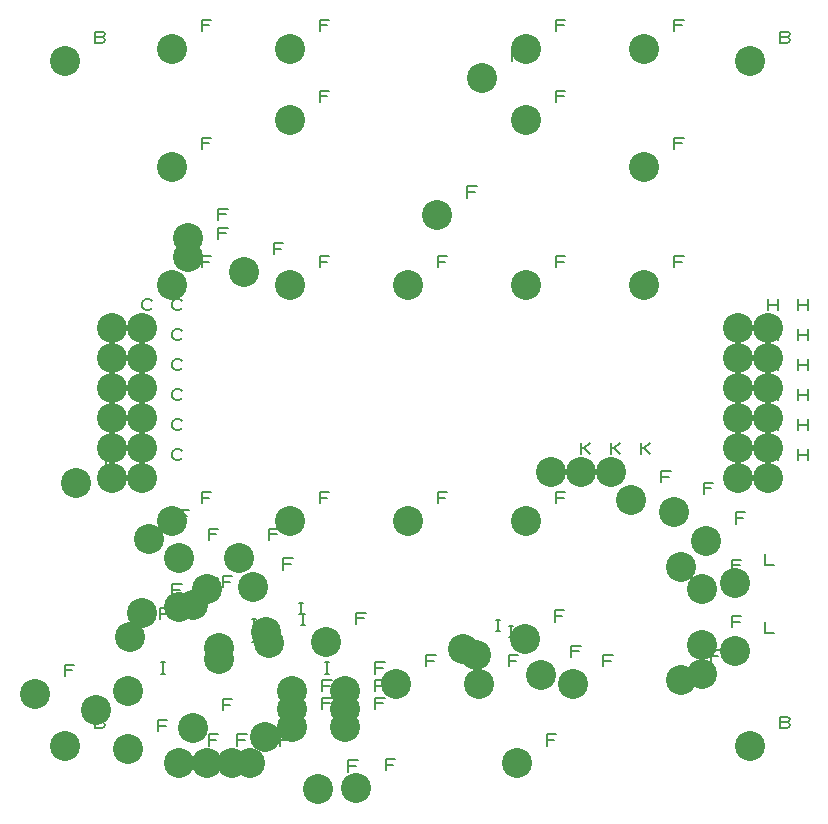
<source format=gbr>
G04 DesignSpark PCB PRO Gerber Version 10.0 Build 5299*
G04 #@! TF.Part,Single*
G04 #@! TF.FileFunction,Drillmap*
G04 #@! TF.FilePolarity,Positive*
%FSLAX35Y35*%
%MOIN*%
%ADD18C,0.00500*%
G04 #@! TA.AperFunction,ViaPad*
%ADD17C,0.10000*%
G04 #@! TD.AperFunction*
X0Y0D02*
D02*
D17*
X25447Y41339D03*
X35683Y24016D03*
Y252362D03*
X39226Y111417D03*
X45919Y35827D03*
X51274Y113189D03*
Y123189D03*
Y133189D03*
Y143189D03*
Y153189D03*
Y163189D03*
X56549Y22835D03*
Y42126D03*
X57337Y60236D03*
X61274Y68110D03*
Y113189D03*
Y123189D03*
Y133189D03*
Y143189D03*
Y153189D03*
Y163189D03*
X63636Y92913D03*
X71116Y98819D03*
Y177559D03*
Y216929D03*
Y256299D03*
X73478Y18110D03*
Y70079D03*
Y86614D03*
X76628Y187008D03*
Y193307D03*
X78203Y29921D03*
Y70866D03*
X82927Y18110D03*
Y76378D03*
X86864Y52756D03*
Y56693D03*
X91195Y18110D03*
X93557Y86614D03*
X95132Y181890D03*
X97100Y18110D03*
X98281Y76772D03*
X102219Y26772D03*
X102612Y61811D03*
X103400Y58268D03*
X110486Y98819D03*
Y177559D03*
Y232677D03*
Y256299D03*
X111274Y30315D03*
Y36220D03*
Y42126D03*
X119935Y9449D03*
X122691Y58661D03*
X128990Y30315D03*
Y36220D03*
Y42126D03*
X132533Y9843D03*
X145919Y44488D03*
X149856Y98819D03*
Y177559D03*
X159699Y200787D03*
X168360Y56299D03*
X172691Y54331D03*
X173478Y44488D03*
X174659Y246457D03*
X186077Y18110D03*
X188833Y59449D03*
X189226Y98819D03*
Y177559D03*
Y232677D03*
Y256299D03*
X194344Y47638D03*
X197494Y115354D03*
X204974Y44488D03*
X207494Y115354D03*
X217494D03*
X224266Y105906D03*
X228596Y177559D03*
Y216929D03*
Y256299D03*
X238439Y101969D03*
X240801Y46063D03*
Y83465D03*
X247888Y48031D03*
Y57480D03*
Y76378D03*
X249069Y92126D03*
X258900Y55551D03*
Y78307D03*
X259935Y113189D03*
Y123189D03*
Y133189D03*
Y143189D03*
Y153189D03*
Y163189D03*
X264030Y24016D03*
Y252362D03*
X269935Y113189D03*
Y123189D03*
Y133189D03*
Y143189D03*
Y153189D03*
Y163189D03*
D02*
D18*
X35447Y47276D02*
Y51026D01*
X38572D01*
X37947Y49151D02*
X35447D01*
X47870Y31828D02*
X48496Y31516D01*
X48808Y30891D01*
X48496Y30266D01*
X47870Y29953D01*
X45683D01*
Y33703D01*
X47870D01*
X48496Y33391D01*
X48808Y32766D01*
X48496Y32141D01*
X47870Y31828D01*
X45683D01*
X47870Y260175D02*
X48496Y259862D01*
X48808Y259237D01*
X48496Y258612D01*
X47870Y258300D01*
X45683D01*
Y262050D01*
X47870D01*
X48496Y261737D01*
X48808Y261112D01*
X48496Y260487D01*
X47870Y260175D01*
X45683D01*
X49226Y117355D02*
Y121105D01*
X52352D01*
X51726Y119230D02*
X49226D01*
X55919Y41764D02*
Y45514D01*
X59044D01*
X58419Y43639D02*
X55919D01*
X64399Y119752D02*
X64086Y119439D01*
X63461Y119126D01*
X62524D01*
X61899Y119439D01*
X61586Y119752D01*
X61274Y120376D01*
Y121626D01*
X61586Y122252D01*
X61899Y122564D01*
X62524Y122876D01*
X63461D01*
X64086Y122564D01*
X64399Y122252D01*
Y129752D02*
X64086Y129439D01*
X63461Y129126D01*
X62524D01*
X61899Y129439D01*
X61586Y129752D01*
X61274Y130376D01*
Y131626D01*
X61586Y132252D01*
X61899Y132564D01*
X62524Y132876D01*
X63461D01*
X64086Y132564D01*
X64399Y132252D01*
Y139752D02*
X64086Y139439D01*
X63461Y139126D01*
X62524D01*
X61899Y139439D01*
X61586Y139752D01*
X61274Y140376D01*
Y141626D01*
X61586Y142252D01*
X61899Y142564D01*
X62524Y142876D01*
X63461D01*
X64086Y142564D01*
X64399Y142252D01*
Y149752D02*
X64086Y149439D01*
X63461Y149126D01*
X62524D01*
X61899Y149439D01*
X61586Y149752D01*
X61274Y150376D01*
Y151626D01*
X61586Y152252D01*
X61899Y152564D01*
X62524Y152876D01*
X63461D01*
X64086Y152564D01*
X64399Y152252D01*
Y159752D02*
X64086Y159439D01*
X63461Y159126D01*
X62524D01*
X61899Y159439D01*
X61586Y159752D01*
X61274Y160376D01*
Y161626D01*
X61586Y162252D01*
X61899Y162564D01*
X62524Y162876D01*
X63461D01*
X64086Y162564D01*
X64399Y162252D01*
Y169752D02*
X64086Y169439D01*
X63461Y169126D01*
X62524D01*
X61899Y169439D01*
X61586Y169752D01*
X61274Y170376D01*
Y171626D01*
X61586Y172252D01*
X61899Y172564D01*
X62524Y172876D01*
X63461D01*
X64086Y172564D01*
X64399Y172252D01*
X66549Y28772D02*
Y32522D01*
X69674D01*
X69049Y30647D02*
X66549D01*
X67487Y48063D02*
X68737D01*
X68112D02*
Y51813D01*
X67487D02*
X68737D01*
X67337Y66174D02*
Y69924D01*
X70462D01*
X69837Y68049D02*
X67337D01*
X71274Y74048D02*
Y77798D01*
X74399D01*
X73774Y75923D02*
X71274D01*
X74399Y119752D02*
X74086Y119439D01*
X73461Y119126D01*
X72524D01*
X71899Y119439D01*
X71586Y119752D01*
X71274Y120376D01*
Y121626D01*
X71586Y122252D01*
X71899Y122564D01*
X72524Y122876D01*
X73461D01*
X74086Y122564D01*
X74399Y122252D01*
Y129752D02*
X74086Y129439D01*
X73461Y129126D01*
X72524D01*
X71899Y129439D01*
X71586Y129752D01*
X71274Y130376D01*
Y131626D01*
X71586Y132252D01*
X71899Y132564D01*
X72524Y132876D01*
X73461D01*
X74086Y132564D01*
X74399Y132252D01*
Y139752D02*
X74086Y139439D01*
X73461Y139126D01*
X72524D01*
X71899Y139439D01*
X71586Y139752D01*
X71274Y140376D01*
Y141626D01*
X71586Y142252D01*
X71899Y142564D01*
X72524Y142876D01*
X73461D01*
X74086Y142564D01*
X74399Y142252D01*
Y149752D02*
X74086Y149439D01*
X73461Y149126D01*
X72524D01*
X71899Y149439D01*
X71586Y149752D01*
X71274Y150376D01*
Y151626D01*
X71586Y152252D01*
X71899Y152564D01*
X72524Y152876D01*
X73461D01*
X74086Y152564D01*
X74399Y152252D01*
Y159752D02*
X74086Y159439D01*
X73461Y159126D01*
X72524D01*
X71899Y159439D01*
X71586Y159752D01*
X71274Y160376D01*
Y161626D01*
X71586Y162252D01*
X71899Y162564D01*
X72524Y162876D01*
X73461D01*
X74086Y162564D01*
X74399Y162252D01*
Y169752D02*
X74086Y169439D01*
X73461Y169126D01*
X72524D01*
X71899Y169439D01*
X71586Y169752D01*
X71274Y170376D01*
Y171626D01*
X71586Y172252D01*
X71899Y172564D01*
X72524Y172876D01*
X73461D01*
X74086Y172564D01*
X74399Y172252D01*
X73636Y98851D02*
Y102601D01*
X76761D01*
X76136Y100726D02*
X73636D01*
X81116Y104756D02*
Y108506D01*
X84241D01*
X83616Y106631D02*
X81116D01*
Y183496D02*
Y187246D01*
X84241D01*
X83616Y185372D02*
X81116D01*
Y222867D02*
Y226617D01*
X84241D01*
X83616Y224742D02*
X81116D01*
Y262237D02*
Y265987D01*
X84241D01*
X83616Y264112D02*
X81116D01*
X83478Y24048D02*
Y27798D01*
X86604D01*
X85978Y25923D02*
X83478D01*
Y76016D02*
Y79766D01*
X86604D01*
X85978Y77891D02*
X83478D01*
Y92552D02*
Y96302D01*
X86604D01*
X85978Y94427D02*
X83478D01*
X86628Y192945D02*
Y196695D01*
X89753D01*
X89128Y194820D02*
X86628D01*
Y199244D02*
Y202994D01*
X89753D01*
X89128Y201120D02*
X86628D01*
X88203Y35859D02*
Y39609D01*
X91328D01*
X90703Y37734D02*
X88203D01*
Y76804D02*
Y80554D01*
X91328D01*
X90703Y78679D02*
X88203D01*
X92927Y24048D02*
Y27798D01*
X96052D01*
X95427Y25923D02*
X92927D01*
X93865Y82315D02*
X95115D01*
X94490D02*
Y86065D01*
X93865D02*
X95115D01*
X97802Y58693D02*
X99052D01*
X98427D02*
Y62443D01*
X97802D02*
X99052D01*
X97802Y62630D02*
X99052D01*
X98427D02*
Y66380D01*
X97802D02*
X99052D01*
X101195Y24048D02*
Y27798D01*
X104320D01*
X103695Y25923D02*
X101195D01*
X103557Y92552D02*
Y96302D01*
X106682D01*
X106057Y94427D02*
X103557D01*
X105132Y187827D02*
Y191577D01*
X108257D01*
X107632Y189702D02*
X105132D01*
X107100Y24048D02*
Y27798D01*
X110226D01*
X109600Y25923D02*
X107100D01*
X108281Y82709D02*
Y86459D01*
X111407D01*
X110781Y84584D02*
X108281D01*
X112219Y32709D02*
Y36459D01*
X115344D01*
X114719Y34584D02*
X112219D01*
X113550Y67748D02*
X114800D01*
X114175D02*
Y71498D01*
X113550D02*
X114800D01*
X114337Y64205D02*
X115587D01*
X114962D02*
Y67955D01*
X114337D02*
X115587D01*
X120486Y104756D02*
Y108506D01*
X123611D01*
X122986Y106631D02*
X120486D01*
Y183496D02*
Y187246D01*
X123611D01*
X122986Y185372D02*
X120486D01*
Y238615D02*
Y242365D01*
X123611D01*
X122986Y240490D02*
X120486D01*
Y262237D02*
Y265987D01*
X123611D01*
X122986Y264112D02*
X120486D01*
X121274Y36252D02*
Y40002D01*
X124399D01*
X123774Y38128D02*
X121274D01*
Y42158D02*
Y45908D01*
X124399D01*
X123774Y44033D02*
X121274D01*
X122211Y48063D02*
X123461D01*
X122836D02*
Y51813D01*
X122211D02*
X123461D01*
X129935Y15386D02*
Y19136D01*
X133060D01*
X132435Y17261D02*
X129935D01*
X132691Y64599D02*
Y68349D01*
X135816D01*
X135191Y66474D02*
X132691D01*
X138990Y36252D02*
Y40002D01*
X142115D01*
X141490Y38128D02*
X138990D01*
Y42158D02*
Y45908D01*
X142115D01*
X141490Y44033D02*
X138990D01*
Y48063D02*
Y51813D01*
X142115D01*
X141490Y49939D02*
X138990D01*
X142533Y15780D02*
Y19530D01*
X145659D01*
X145033Y17655D02*
X142533D01*
X155919Y50426D02*
Y54176D01*
X159044D01*
X158419Y52301D02*
X155919D01*
X159856Y104756D02*
Y108506D01*
X162981D01*
X162356Y106631D02*
X159856D01*
Y183496D02*
Y187246D01*
X162981D01*
X162356Y185372D02*
X159856D01*
X169699Y206725D02*
Y210475D01*
X172824D01*
X172199Y208600D02*
X169699D01*
X179298Y62237D02*
X180548D01*
X179923D02*
Y65987D01*
X179298D02*
X180548D01*
X183628Y60268D02*
X184878D01*
X184254D02*
Y64018D01*
X183628D02*
X184878D01*
X183478Y50426D02*
Y54176D01*
X186604D01*
X185978Y52301D02*
X183478D01*
X184659Y252394D02*
Y256144D01*
X187785D01*
X187159Y254269D02*
X184659D01*
X196077Y24048D02*
Y27798D01*
X199202D01*
X198577Y25923D02*
X196077D01*
X198833Y65386D02*
Y69136D01*
X201958D01*
X201333Y67261D02*
X198833D01*
X199226Y104756D02*
Y108506D01*
X202352D01*
X201726Y106631D02*
X199226D01*
Y183496D02*
Y187246D01*
X202352D01*
X201726Y185372D02*
X199226D01*
Y238615D02*
Y242365D01*
X202352D01*
X201726Y240490D02*
X199226D01*
Y262237D02*
Y265987D01*
X202352D01*
X201726Y264112D02*
X199226D01*
X204344Y53575D02*
Y57325D01*
X207470D01*
X206844Y55450D02*
X204344D01*
X207494Y121292D02*
Y125042D01*
Y123167D02*
X208431D01*
X210619Y125042D01*
X208431Y123167D02*
X210619Y121292D01*
X214974Y50426D02*
Y54176D01*
X218100D01*
X217474Y52301D02*
X214974D01*
X217494Y121292D02*
Y125042D01*
Y123167D02*
X218431D01*
X220619Y125042D01*
X218431Y123167D02*
X220619Y121292D01*
X227494D02*
Y125042D01*
Y123167D02*
X228431D01*
X230619Y125042D01*
X228431Y123167D02*
X230619Y121292D01*
X234266Y111843D02*
Y115593D01*
X237391D01*
X236766Y113718D02*
X234266D01*
X238596Y183496D02*
Y187246D01*
X241722D01*
X241096Y185372D02*
X238596D01*
Y222867D02*
Y226617D01*
X241722D01*
X241096Y224742D02*
X238596D01*
Y262237D02*
Y265987D01*
X241722D01*
X241096Y264112D02*
X238596D01*
X248439Y107906D02*
Y111656D01*
X251564D01*
X250939Y109781D02*
X248439D01*
X250801Y52000D02*
Y55750D01*
X253926D01*
X253301Y53876D02*
X250801D01*
Y89402D02*
Y93152D01*
X253926D01*
X253301Y91277D02*
X250801D01*
X257888Y53969D02*
Y57719D01*
X261013D01*
X260388Y55844D02*
X257888D01*
Y63418D02*
Y67168D01*
X261013D01*
X260388Y65293D02*
X257888D01*
Y82315D02*
Y86065D01*
X261013D01*
X260388Y84191D02*
X257888D01*
X259069Y98063D02*
Y101813D01*
X262194D01*
X261569Y99939D02*
X259069D01*
X268900Y65239D02*
Y61489D01*
X272025D01*
X268900Y87994D02*
Y84244D01*
X272025D01*
X269935Y119126D02*
Y122876D01*
Y121002D02*
X273060D01*
Y119126D02*
Y122876D01*
X269935Y129126D02*
Y132876D01*
Y131002D02*
X273060D01*
Y129126D02*
Y132876D01*
X269935Y139126D02*
Y142876D01*
Y141002D02*
X273060D01*
Y139126D02*
Y142876D01*
X269935Y149126D02*
Y152876D01*
Y151002D02*
X273060D01*
Y149126D02*
Y152876D01*
X269935Y159126D02*
Y162876D01*
Y161002D02*
X273060D01*
Y159126D02*
Y162876D01*
X269935Y169126D02*
Y172876D01*
Y171002D02*
X273060D01*
Y169126D02*
Y172876D01*
X276217Y31828D02*
X276842Y31516D01*
X277155Y30891D01*
X276842Y30266D01*
X276217Y29953D01*
X274030D01*
Y33703D01*
X276217D01*
X276842Y33391D01*
X277155Y32766D01*
X276842Y32141D01*
X276217Y31828D01*
X274030D01*
X276217Y260175D02*
X276842Y259862D01*
X277155Y259237D01*
X276842Y258612D01*
X276217Y258300D01*
X274030D01*
Y262050D01*
X276217D01*
X276842Y261737D01*
X277155Y261112D01*
X276842Y260487D01*
X276217Y260175D01*
X274030D01*
X279935Y119126D02*
Y122876D01*
Y121002D02*
X283060D01*
Y119126D02*
Y122876D01*
X279935Y129126D02*
Y132876D01*
Y131002D02*
X283060D01*
Y129126D02*
Y132876D01*
X279935Y139126D02*
Y142876D01*
Y141002D02*
X283060D01*
Y139126D02*
Y142876D01*
X279935Y149126D02*
Y152876D01*
Y151002D02*
X283060D01*
Y149126D02*
Y152876D01*
X279935Y159126D02*
Y162876D01*
Y161002D02*
X283060D01*
Y159126D02*
Y162876D01*
X279935Y169126D02*
Y172876D01*
Y171002D02*
X283060D01*
Y169126D02*
Y172876D01*
X0Y0D02*
M02*

</source>
